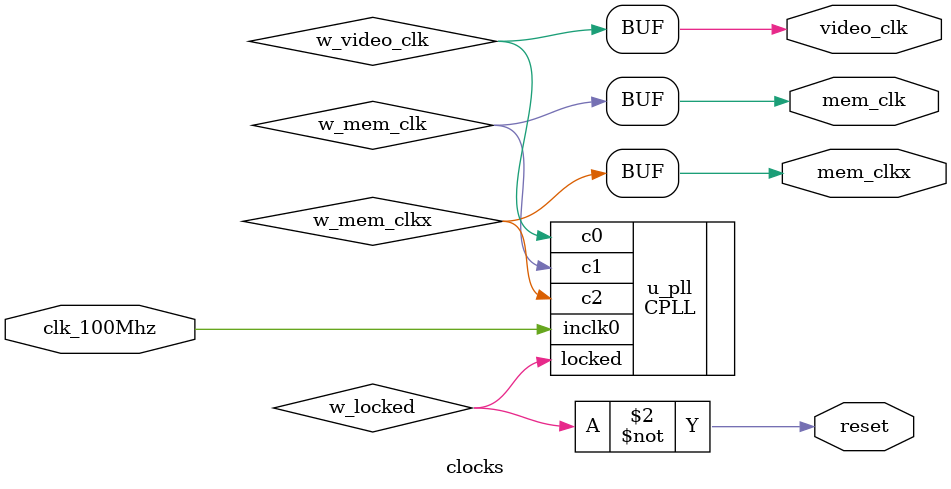
<source format=v>


module clocks (
	input wire clk_100Mhz,
	output reg reset,
	output reg mem_clk = 0,
	output reg mem_clkx = 0,
	output reg video_clk = 0
	);
	
`ifdef __ICARUS__ 
//simplified reset and clock generation for simulator
reg [3:0]rst_delay = 0;
always @(posedge clk_100Mhz)
	rst_delay <= { rst_delay[2:0], 1'b1 };

always @*
	reset = ~rst_delay[3];

always @*
begin
	//# 3.38 mem_clk = ~mem_clk;
	mem_clk  = clk_100Mhz;
	mem_clkx = clk_100Mhz;
end
	
always
	#6.7 video_clk = ~video_clk;

	
`else

//use Quartus PLLs for real clock and reset synthesis
wire w_locked;
wire w_video_clk;
wire w_mem_clk;
wire w_mem_clkx;
CPLL u_pll(
	.inclk0(clk_100Mhz),
	.c0(w_video_clk),
	.c1(w_mem_clk),
	.c2(w_mem_clkx),
	.locked(w_locked)
	);
	
always @*
begin
	reset = ~w_locked;
	mem_clk    = w_mem_clk;
	mem_clkx   = w_mem_clkx;
	video_clk  = w_video_clk;
end

`endif

endmodule


</source>
